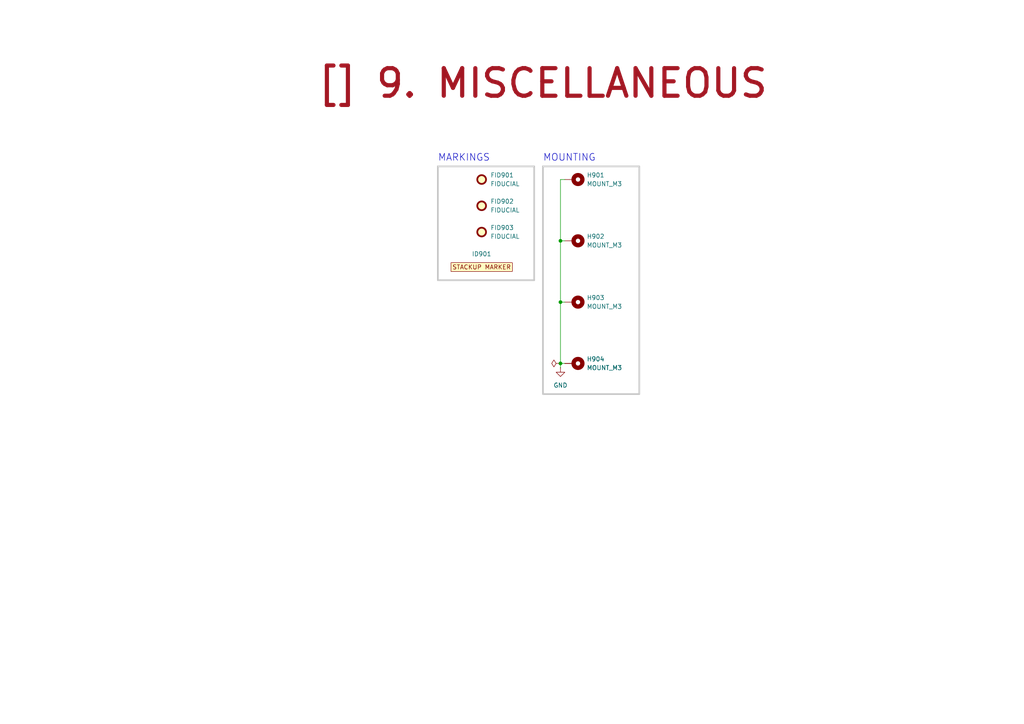
<source format=kicad_sch>
(kicad_sch (version 20250114) (generator "eeschema") (generator_version "9.0")
  (paper "A4")
  (title_block (title "9. MISCELLANEOUS") (date "2025-01-12") (rev "${REVISION}") (company "${COMPANY}"))
  (lib_symbols
    (symbol "Mechanical:Fiducial" (in_bom no)
      (property "Reference" "FID" (at 0 5.08 0))
      (property "Value" "Fiducial" (at 0 3.175 0))
      (symbol "Fiducial_0_1"
        (circle (center 0 0) (radius 1.27) (stroke (width 0.508)) (fill (type background)))
      )
    )
    (symbol "Mechanical:MountingHole_Pad" (pin_numbers (hide yes)) (pin_names (offset 1.016) (hide yes)) (in_bom no)
      (property "Reference" "H" (at 0 6.35 0))
      (property "Value" "MountingHole_Pad" (at 0 4.445 0))
      (symbol "MountingHole_Pad_0_1"
        (circle (center 0 1.27) (radius 1.27) (stroke (width 1.27)))
      )
      (symbol "MountingHole_Pad_1_1"
        (pin input line (at 0 -2.54 90) (length 2.54) (name "1") (number "1"))
      )
    )
    (symbol "Ryan-Dynamics:BOARD_STACKUP_MARKER" (pin_numbers (hide yes)) (pin_names (offset 0) (hide yes)) (in_bom no)
      (property "Reference" "ID?" (at 0 2.794 0))
      (symbol "BOARD_STACKUP_MARKER_0_1"
        (rectangle (start -8.89 1.27) (end 8.89 -1.27) (fill (type color) (color 255 255 194 1)))
      )
      (symbol "BOARD_STACKUP_MARKER_1_1"
        (text "STACKUP MARKER" (at 0 0 0) (effects (font (size 1.27 1.27))))
      )
    )
    (symbol "power:GND" (power) (pin_numbers (hide yes)) (pin_names (offset 0) (hide yes))
      (property "Value" "GND" (at 0 -3.81 0))
      (symbol "GND_0_1"
        (polyline (pts (xy 0 0) (xy 0 -1.27) (xy 1.27 -1.27) (xy 0 -2.54) (xy -1.27 -1.27) (xy 0 -1.27)))
      )
      (symbol "GND_1_1"
        (pin power_in line (at 0 0 270) (length 0) (name "~") (number "1"))
      )
    )
    (symbol "power:PWR_FLAG" (power) (pin_numbers (hide yes)) (pin_names (offset 0) (hide yes))
      (property "Value" "PWR_FLAG" (at 0 3.81 0))
      (symbol "PWR_FLAG_0_0"
        (pin power_out line (at 0 0 90) (length 0) (name "~") (number "1"))
      )
      (symbol "PWR_FLAG_0_1"
        (polyline (pts (xy 0 0) (xy 0 1.27) (xy -1.016 1.905) (xy 0 2.54) (xy 1.016 1.905) (xy 0 1.27)))
      )
    )
  )
  (rectangle (start 157.48 48.26) (end 185.42 114.3) (stroke (width 0.5) (color 200 200 200 1)))
  (rectangle (start 127 48.26) (end 154.94 81.28) (stroke (width 0.5) (color 200 200 200 1)))
  (text "MOUNTING" (at 157.48 46.99 0) (effects (font (size 2 2)) (justify left bottom)))
  (text "MARKINGS" (at 127 46.99 0) (effects (font (size 2 2)) (justify left bottom)))
  (text_box "[${#}] ${TITLE}" (at 76.2 17.78 0) (size 162.56 12.7) (margins 5.9999 5.9999 5.9999 5.9999) (stroke (width -0.0001)) (effects (font (size 8 8) (thickness 1.2) (bold yes))))
  (junction (at 162.56 105.41))
  (junction (at 162.56 87.63))
  (junction (at 162.56 69.85))
  (wire (pts (xy 162.56 87.63) (xy 163.83 87.63)))
  (wire (pts (xy 162.56 69.85) (xy 163.83 69.85)))
  (wire (pts (xy 162.56 105.41) (xy 162.56 106.68)))
  (wire (pts (xy 162.56 87.63) (xy 162.56 105.41)))
  (wire (pts (xy 162.56 52.07) (xy 163.83 52.07)))
  (wire (pts (xy 162.56 52.07) (xy 162.56 69.85)))
  (wire (pts (xy 162.56 105.41) (xy 163.83 105.41)))
  (wire (pts (xy 162.56 69.85) (xy 162.56 87.63)))
  (symbol (lib_id "Ryan-Dynamics:BOARD_STACKUP_MARKER") (at 139.7 77.47 0) (unit 1) (in_bom no)
    (property "Reference" "ID901" (at 139.7 73.66 0))
    (property "Value" "BOARD_STACKUP_MARKER" (effects (hide yes)))
    (property "Footprint" "RD-Symbols-Silkscreen:STACKUP_ID_2L_SML" (effects (hide yes)))
    (property "Description" "PCB stackup layer identification marker (non-electrical)" (effects (hide yes)))
  )
  (symbol (lib_id "Mechanical:MountingHole_Pad") (at 166.37 69.85 270) (unit 1) (in_bom no)
    (property "Reference" "H902" (at 170.18 68.5799 90) (effects (justify left)))
    (property "Value" "MOUNT_M3" (at 170.18 71.1199 90) (effects (justify left)))
    (property "Footprint" "MountingHole:MountingHole_3.2mm_M3_ISO7380_Pad" (effects (hide yes)))
    (property "Description" "Mounting Hole with connection" (effects (hide yes)))
  )
  (symbol (lib_id "Mechanical:MountingHole_Pad") (at 166.37 87.63 270) (unit 1) (in_bom no)
    (property "Reference" "H903" (at 170.18 86.3599 90) (effects (justify left)))
    (property "Value" "MOUNT_M3" (at 170.18 88.8999 90) (effects (justify left)))
    (property "Footprint" "MountingHole:MountingHole_3.2mm_M3_ISO7380_Pad" (effects (hide yes)))
    (property "Description" "Mounting Hole with connection" (effects (hide yes)))
  )
  (symbol (lib_id "power:GND") (at 162.56 106.68 0) (unit 1)
    (property "Reference" "#PWR0904" (effects (hide yes)))
    (property "Value" "GND" (at 162.56 111.76 0))
    (property "Description" "Power symbol creates a global label with name \"GND\" , ground" (effects (hide yes)))
  )
  (symbol (lib_id "Mechanical:MountingHole_Pad") (at 166.37 105.41 270) (unit 1) (in_bom no)
    (property "Reference" "H904" (at 170.18 104.1399 90) (effects (justify left)))
    (property "Value" "MOUNT_M3" (at 170.18 106.6799 90) (effects (justify left)))
    (property "Footprint" "MountingHole:MountingHole_3.2mm_M3_ISO7380_Pad" (effects (hide yes)))
    (property "Description" "Mounting Hole with connection" (effects (hide yes)))
  )
  (symbol (lib_id "Mechanical:Fiducial") (at 139.7 52.07 0) (unit 1) (in_bom no)
    (property "Reference" "FID901" (at 142.24 50.7999 0) (effects (justify left)))
    (property "Value" "FIDUCIAL" (at 142.24 53.3399 0) (effects (justify left)))
    (property "Footprint" "Fiducial:Fiducial_1mm_Mask2mm" (effects (hide yes)))
    (property "Description" "Fiducial Marker" (effects (hide yes)))
  )
  (symbol (lib_id "power:PWR_FLAG") (at 162.56 105.41 90) (unit 1)
    (property "Reference" "#FLG0905" (effects (hide yes)))
    (property "Value" "PWR_FLAG" (effects (hide yes)))
    (property "Description" "Special symbol for telling ERC where power comes from" (effects (hide yes)))
  )
  (symbol (lib_id "Mechanical:Fiducial") (at 139.7 59.69 0) (unit 1) (in_bom no)
    (property "Reference" "FID902" (at 142.24 58.4199 0) (effects (justify left)))
    (property "Value" "FIDUCIAL" (at 142.24 60.9599 0) (effects (justify left)))
    (property "Footprint" "Fiducial:Fiducial_1mm_Mask2mm" (effects (hide yes)))
    (property "Description" "Fiducial Marker" (effects (hide yes)))
  )
  (symbol (lib_id "Mechanical:Fiducial") (at 139.7 67.31 0) (unit 1) (in_bom no)
    (property "Reference" "FID903" (at 142.24 66.0399 0) (effects (justify left)))
    (property "Value" "FIDUCIAL" (at 142.24 68.5799 0) (effects (justify left)))
    (property "Footprint" "Fiducial:Fiducial_1mm_Mask2mm" (effects (hide yes)))
    (property "Description" "Fiducial Marker" (effects (hide yes)))
  )
  (symbol (lib_id "Mechanical:MountingHole_Pad") (at 166.37 52.07 270) (unit 1) (in_bom no)
    (property "Reference" "H901" (at 170.18 50.7999 90) (effects (justify left)))
    (property "Value" "MOUNT_M3" (at 170.18 53.3399 90) (effects (justify left)))
    (property "Footprint" "MountingHole:MountingHole_3.2mm_M3_ISO7380_Pad" (effects (hide yes)))
    (property "Description" "Mounting Hole with connection" (effects (hide yes)))
  )
)
</source>
